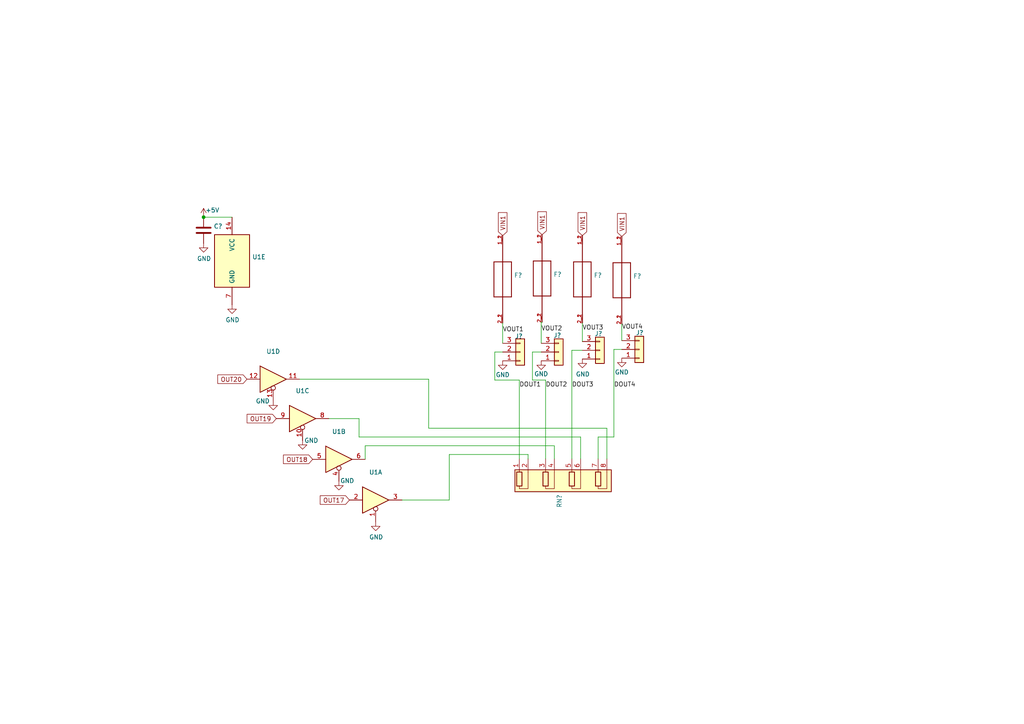
<source format=kicad_sch>
(kicad_sch (version 20211123) (generator eeschema)
  (paper "A4")
  (title_block (title "Receiver Out") (date "2019-12-31") (rev "v1") (company "Scott Hanson"))
  (lib_symbols
    (symbol "74xx:74LS125" (pin_names (offset 1.016))
      (property "Reference" "U" (at 0 1.27 0))
      (property "Value" "74LS125" (at 0 -1.27 0))
      (symbol "74LS125_1_0"
        (polyline (pts (xy -3.81 3.81) (xy -3.81 -3.81) (xy 3.81 0) (xy -3.81 3.81)) (stroke (width 0.254)) (fill (type background)))
        (pin input inverted (at 0 -6.35 90) (length 4.445) (name "~") (number "1"))
        (pin input line (at -7.62 0 0) (length 3.81) (name "~") (number "2"))
        (pin tri_state line (at 7.62 0 180) (length 3.81) (name "~") (number "3"))
      )
      (symbol "74LS125_2_0"
        (polyline (pts (xy -3.81 3.81) (xy -3.81 -3.81) (xy 3.81 0) (xy -3.81 3.81)) (stroke (width 0.254)) (fill (type background)))
        (pin input inverted (at 0 -6.35 90) (length 4.445) (name "~") (number "4"))
        (pin input line (at -7.62 0 0) (length 3.81) (name "~") (number "5"))
        (pin tri_state line (at 7.62 0 180) (length 3.81) (name "~") (number "6"))
      )
      (symbol "74LS125_3_0"
        (polyline (pts (xy -3.81 3.81) (xy -3.81 -3.81) (xy 3.81 0) (xy -3.81 3.81)) (stroke (width 0.254)) (fill (type background)))
        (pin input inverted (at 0 -6.35 90) (length 4.445) (name "~") (number "10"))
        (pin tri_state line (at 7.62 0 180) (length 3.81) (name "~") (number "8"))
        (pin input line (at -7.62 0 0) (length 3.81) (name "~") (number "9"))
      )
      (symbol "74LS125_4_0"
        (polyline (pts (xy -3.81 3.81) (xy -3.81 -3.81) (xy 3.81 0) (xy -3.81 3.81)) (stroke (width 0.254)) (fill (type background)))
        (pin tri_state line (at 7.62 0 180) (length 3.81) (name "~") (number "11"))
        (pin input line (at -7.62 0 0) (length 3.81) (name "~") (number "12"))
        (pin input inverted (at 0 -6.35 90) (length 4.445) (name "~") (number "13"))
      )
      (symbol "74LS125_5_0"
        (pin power_in line (at 0 12.7 270) (length 5.08) (name "VCC") (number "14"))
        (pin power_in line (at 0 -12.7 90) (length 5.08) (name "GND") (number "7"))
      )
      (symbol "74LS125_5_1"
        (rectangle (start -5.08 7.62) (end 5.08 -7.62) (stroke (width 0.254)) (fill (type background)))
      )
    )
    (symbol "Connector_Generic:Conn_01x03" (pin_names (offset 1.016) hide)
      (property "Reference" "J" (at 0 5.08 0))
      (property "Value" "Conn_01x03" (at 0 -5.08 0))
      (symbol "Conn_01x03_1_1"
        (rectangle (start -1.27 -2.413) (end 0 -2.667) (stroke (width 0.1524)))
        (rectangle (start -1.27 0.127) (end 0 -0.127) (stroke (width 0.1524)))
        (rectangle (start -1.27 2.667) (end 0 2.413) (stroke (width 0.1524)))
        (rectangle (start -1.27 3.81) (end 1.27 -3.81) (stroke (width 0.254)) (fill (type background)))
        (pin passive line (at -5.08 2.54 0) (length 3.81) (name "Pin_1") (number "1"))
        (pin passive line (at -5.08 0 0) (length 3.81) (name "Pin_2") (number "2"))
        (pin passive line (at -5.08 -2.54 0) (length 3.81) (name "Pin_3") (number "3"))
      )
    )
    (symbol "Receiver_Out-rescue:3544-2-Keystone_Fuse" (pin_names (offset 1.016) hide)
      (property "Reference" "F" (at -5.08 3.302 0))
      (property "Value" "3544-2-Keystone_Fuse" (at -5.08 -5.08 0))
      (symbol "3544-2-Keystone_Fuse_0_0"
        (polyline (pts (xy -12.7 0) (xy 12.7 0)) (stroke (width 0.254)))
        (polyline (pts (xy -5.08 -2.54) (xy -5.08 2.54)) (stroke (width 0.254)))
        (polyline (pts (xy -5.08 2.54) (xy 5.08 2.54)) (stroke (width 0.254)))
        (polyline (pts (xy 5.08 -2.54) (xy -5.08 -2.54)) (stroke (width 0.254)))
        (polyline (pts (xy 5.08 2.54) (xy 5.08 -2.54)) (stroke (width 0.254)))
        (pin passive line (at -12.7 0 0) (length 2.54) (name "1") (number "1_1"))
        (pin passive line (at -12.7 0 0) (length 2.54) (name "1") (number "1_2"))
        (pin passive line (at 12.7 0 180) (length 2.54) (name "2") (number "2_1"))
        (pin passive line (at 12.7 0 180) (length 2.54) (name "2") (number "2_2"))
      )
    )
    (symbol "Receiver_Out-rescue:C-Device" (pin_numbers hide) (pin_names (offset 0.254))
      (property "Reference" "C" (at 0.635 2.54 0))
      (property "Value" "C-Device" (at 0.635 -2.54 0))
      (symbol "C-Device_0_1"
        (polyline (pts (xy -2.032 -0.762) (xy 2.032 -0.762)) (stroke (width 0.508)))
        (polyline (pts (xy -2.032 0.762) (xy 2.032 0.762)) (stroke (width 0.508)))
      )
      (symbol "C-Device_1_1"
        (pin passive line (at 0 3.81 270) (length 2.794) (name "~") (number "1"))
        (pin passive line (at 0 -3.81 90) (length 2.794) (name "~") (number "2"))
      )
    )
    (symbol "Receiver_Out-rescue:R_Pack04_SIP-Device" (pin_names (offset 0) hide)
      (property "Reference" "RN" (at -15.24 0 90))
      (property "Value" "R_Pack04_SIP-Device" (at 15.24 0 90))
      (symbol "R_Pack04_SIP-Device_0_1"
        (rectangle (start -13.97 -1.905) (end 13.97 4.445) (stroke (width 0.254)) (fill (type background)))
        (rectangle (start -13.462 2.794) (end -11.938 -1.27) (stroke (width 0.254)))
        (rectangle (start -5.842 2.794) (end -4.318 -1.27) (stroke (width 0.254)))
        (polyline (pts (xy -12.7 2.794) (xy -12.7 3.556) (xy -10.16 3.556) (xy -10.16 -1.27)))
        (polyline (pts (xy -5.08 2.794) (xy -5.08 3.556) (xy -2.54 3.556) (xy -2.54 -1.27)))
        (polyline (pts (xy 2.54 2.794) (xy 2.54 3.556) (xy 5.08 3.556) (xy 5.08 -1.27)))
        (polyline (pts (xy 10.16 2.794) (xy 10.16 3.556) (xy 12.7 3.556) (xy 12.7 -1.27)))
        (rectangle (start 1.778 2.794) (end 3.302 -1.27) (stroke (width 0.254)))
        (rectangle (start 9.398 2.794) (end 10.922 -1.27) (stroke (width 0.254)))
      )
      (symbol "R_Pack04_SIP-Device_1_1"
        (pin passive line (at -12.7 -5.08 90) (length 3.81) (name "R1.1") (number "1"))
        (pin passive line (at -10.16 -5.08 90) (length 3.81) (name "R1.2") (number "2"))
        (pin passive line (at -5.08 -5.08 90) (length 3.81) (name "R2.1") (number "3"))
        (pin passive line (at -2.54 -5.08 90) (length 3.81) (name "R2.2") (number "4"))
        (pin passive line (at 2.54 -5.08 90) (length 3.81) (name "R3.1") (number "5"))
        (pin passive line (at 5.08 -5.08 90) (length 3.81) (name "R3.2") (number "6"))
        (pin passive line (at 10.16 -5.08 90) (length 3.81) (name "R4.1") (number "7"))
        (pin passive line (at 12.7 -5.08 90) (length 3.81) (name "R4.2") (number "8"))
      )
    )
    (symbol "power:+5V" (power) (pin_names (offset 0))
      (property "Value" "+5V" (at 0 3.556 0))
      (symbol "+5V_0_1"
        (polyline (pts (xy -0.762 1.27) (xy 0 2.54)))
        (polyline (pts (xy 0 0) (xy 0 2.54)))
        (polyline (pts (xy 0 2.54) (xy 0.762 1.27)))
      )
      (symbol "+5V_1_1"
        (pin power_in line (at 0 0 90) (length 0) hide (name "+5V") (number "1"))
      )
    )
    (symbol "power:GND" (power) (pin_names (offset 0))
      (property "Value" "GND" (at 0 -3.81 0))
      (symbol "GND_0_1"
        (polyline (pts (xy 0 0) (xy 0 -1.27) (xy 1.27 -1.27) (xy 0 -2.54) (xy -1.27 -1.27) (xy 0 -1.27)))
      )
      (symbol "GND_1_1"
        (pin power_in line (at 0 0 270) (length 0) hide (name "GND") (number "1"))
      )
    )
  )
  (junction (at 59.055 62.992))
  (wire (pts (xy 86.868 109.982) (xy 124.333 109.982)))
  (wire (pts (xy 178.054 101.346) (xy 178.054 126.746)))
  (wire (pts (xy 165.862 101.6) (xy 168.91 101.6)))
  (wire (pts (xy 180.34 98.806) (xy 180.34 93.98)))
  (wire (pts (xy 130.302 145.034) (xy 116.586 145.034)))
  (wire (pts (xy 104.14 126.746) (xy 104.14 121.412)))
  (wire (pts (xy 178.054 126.746) (xy 173.482 126.746)))
  (wire (pts (xy 130.302 131.826) (xy 153.162 131.826)))
  (wire (pts (xy 154.432 110.236) (xy 154.432 102.108)))
  (wire (pts (xy 124.333 124.206) (xy 176.022 124.206)))
  (wire (pts (xy 105.918 129.286) (xy 160.782 129.286)))
  (wire (pts (xy 180.34 101.346) (xy 178.054 101.346)))
  (wire (pts (xy 176.022 124.206) (xy 176.022 133.096)))
  (wire (pts (xy 130.302 131.826) (xy 130.302 145.034)))
  (wire (pts (xy 104.14 126.746) (xy 168.402 126.746)))
  (wire (pts (xy 67.31 62.992) (xy 59.055 62.992)))
  (wire (pts (xy 173.482 126.746) (xy 173.482 133.096)))
  (wire (pts (xy 124.333 109.982) (xy 124.333 124.206)))
  (wire (pts (xy 156.972 102.108) (xy 154.432 102.108)))
  (wire (pts (xy 156.972 99.568) (xy 156.972 93.472)))
  (wire (pts (xy 153.162 131.826) (xy 153.162 133.096)))
  (wire (pts (xy 156.972 93.472) (xy 157.226 93.472)))
  (wire (pts (xy 168.402 126.746) (xy 168.402 133.096)))
  (wire (pts (xy 145.796 93.726) (xy 145.796 99.568)))
  (wire (pts (xy 160.782 129.286) (xy 160.782 133.096)))
  (wire (pts (xy 165.862 133.096) (xy 165.862 101.6)))
  (wire (pts (xy 150.622 110.236) (xy 143.51 110.236)))
  (wire (pts (xy 105.918 129.286) (xy 105.918 133.223)))
  (wire (pts (xy 158.242 133.096) (xy 158.242 110.236)))
  (wire (pts (xy 143.51 110.236) (xy 143.51 102.108)))
  (wire (pts (xy 104.14 121.412) (xy 95.377 121.412)))
  (wire (pts (xy 143.51 102.108) (xy 145.796 102.108)))
  (wire (pts (xy 150.622 133.096) (xy 150.622 110.236)))
  (wire (pts (xy 168.91 93.726) (xy 168.91 99.06)))
  (wire (pts (xy 158.242 110.236) (xy 154.432 110.236)))
  (label "DOUT1" (at 150.622 112.522 0))
  (label "VOUT2" (at 156.972 96.266 0))
  (label "VOUT4" (at 180.34 95.758 0))
  (label "VOUT1" (at 145.796 96.52 0))
  (label "VOUT3" (at 168.91 96.012 0))
  (label "DOUT3" (at 165.862 112.522 0))
  (label "DOUT2" (at 158.242 112.522 0))
  (label "DOUT4" (at 178.054 112.522 0))
  (global_label "VIN1" (shape input) (at 157.226 68.072 90) (property "Intersheet References" "${INTERSHEET_REFS}" (effects hide)))
  (global_label "OUT19" (shape input) (at 80.137 121.412 180) (property "Intersheet References" "${INTERSHEET_REFS}" (effects hide)))
  (global_label "VIN1" (shape input) (at 168.91 68.326 90) (property "Intersheet References" "${INTERSHEET_REFS}" (effects hide)))
  (global_label "OUT20" (shape input) (at 71.628 109.982 180) (property "Intersheet References" "${INTERSHEET_REFS}" (effects hide)))
  (global_label "VIN1" (shape input) (at 145.796 68.326 90) (property "Intersheet References" "${INTERSHEET_REFS}" (effects hide)))
  (global_label "OUT18" (shape input) (at 90.678 133.223 180) (property "Intersheet References" "${INTERSHEET_REFS}" (effects hide)))
  (global_label "OUT17" (shape input) (at 101.346 145.034 180) (property "Intersheet References" "${INTERSHEET_REFS}" (effects hide)))
  (global_label "VIN1" (shape input) (at 180.34 68.58 90) (property "Intersheet References" "${INTERSHEET_REFS}" (effects hide)))
  (symbol (lib_id "Connector_Generic:Conn_01x03") (at 150.876 102.108 0) (mirror x) (unit 1)
    (property "Reference" "J?" (at 149.352 97.536 0) (effects (justify left)))
    (property "Digi-Key_PN" "277-5737-ND/ED10555-ND" (effects hide))
    (property "MPN" "1843619/OSTTJ0311530" (effects hide))
  )
  (symbol (lib_id "Connector_Generic:Conn_01x03") (at 162.052 102.108 0) (mirror x) (unit 1)
    (property "Reference" "J?" (at 160.528 97.282 0) (effects (justify left)))
    (property "Digi-Key_PN" "277-5737-ND/ED10555-ND" (effects hide))
    (property "MPN" "1843619/OSTTJ0311530" (effects hide))
  )
  (symbol (lib_id "Connector_Generic:Conn_01x03") (at 173.99 101.6 0) (mirror x) (unit 1)
    (property "Reference" "J?" (at 172.466 96.774 0) (effects (justify left)))
    (property "Digi-Key_PN" "277-5737-ND/ED10555-ND" (effects hide))
    (property "MPN" "1843619/OSTTJ0311530" (effects hide))
  )
  (symbol (lib_id "Connector_Generic:Conn_01x03") (at 185.42 101.346 0) (mirror x) (unit 1)
    (property "Reference" "J?" (at 184.404 96.52 0) (effects (justify left)))
    (property "Digi-Key_PN" "277-5737-ND/ED10555-ND" (effects hide))
    (property "MPN" "1843619/OSTTJ0311530" (effects hide))
  )
  (symbol (lib_id "power:GND") (at 145.796 104.648 0) (unit 1)
    (property "Reference" "#PWR?" (effects hide))
  )
  (symbol (lib_id "power:GND") (at 156.972 104.648 0) (unit 1)
    (property "Reference" "#PWR?" (effects hide))
  )
  (symbol (lib_id "power:GND") (at 168.91 104.14 0) (unit 1)
    (property "Reference" "#PWR?" (effects hide))
  )
  (symbol (lib_id "power:GND") (at 180.34 103.886 0) (unit 1)
    (property "Reference" "#PWR?" (effects hide))
  )
  (symbol (lib_id "Receiver_Out-rescue:3544-2-Keystone_Fuse") (at 157.226 80.772 270) (unit 1)
    (property "Reference" "F?" (at 160.528 79.6036 90) (effects (justify left)))
    (property "Field4" "3544-2" (effects hide))
    (property "Field5" "None" (effects hide))
    (property "Field6" "Unavailable" (effects hide))
    (property "Field7" "Fuse Clip; 500 VAC; 30 A; PCB; For 0.110 in. x 0.032 in. mini blade fuses" (effects hide))
    (property "Field8" "Keystone Electronics" (effects hide))
    (property "Digi-Key_PN" "36-3544-2-ND" (effects hide))
    (property "MPN" "3544-2" (effects hide))
  )
  (symbol (lib_id "Receiver_Out-rescue:3544-2-Keystone_Fuse") (at 168.91 81.026 270) (unit 1)
    (property "Reference" "F?" (at 172.212 79.8576 90) (effects (justify left)))
    (property "Field4" "3544-2" (effects hide))
    (property "Field5" "None" (effects hide))
    (property "Field6" "Unavailable" (effects hide))
    (property "Field7" "Fuse Clip; 500 VAC; 30 A; PCB; For 0.110 in. x 0.032 in. mini blade fuses" (effects hide))
    (property "Field8" "Keystone Electronics" (effects hide))
    (property "Digi-Key_PN" "36-3544-2-ND" (effects hide))
    (property "MPN" "3544-2" (effects hide))
  )
  (symbol (lib_id "Receiver_Out-rescue:3544-2-Keystone_Fuse") (at 180.34 81.28 270) (unit 1)
    (property "Reference" "F?" (at 183.642 80.1116 90) (effects (justify left)))
    (property "Field4" "3544-2" (effects hide))
    (property "Field5" "None" (effects hide))
    (property "Field6" "Unavailable" (effects hide))
    (property "Field7" "Fuse Clip; 500 VAC; 30 A; PCB; For 0.110 in. x 0.032 in. mini blade fuses" (effects hide))
    (property "Field8" "Keystone Electronics" (effects hide))
    (property "Digi-Key_PN" "36-3544-2-ND" (effects hide))
    (property "MPN" "3544-2" (effects hide))
  )
  (symbol (lib_id "power:GND") (at 59.055 70.612 0) (unit 1)
    (property "Reference" "#PWR?" (effects hide))
  )
  (symbol (lib_id "power:GND") (at 79.248 116.332 0) (unit 1)
    (property "Reference" "#PWR?" (effects hide))
  )
  (symbol (lib_id "Receiver_Out-rescue:C-Device") (at 59.055 66.802 0) (unit 1)
    (property "Reference" "C?" (at 61.976 65.6336 0) (effects (justify left)))
    (property "Digi-Key_PN" "478-7336-1-ND" (effects hide))
    (property "MPN" "SR215C104KARTR1" (effects hide))
  )
  (symbol (lib_id "power:+5V") (at 59.055 62.992 0) (unit 1)
    (property "Reference" "#PWR?" (effects hide))
  )
  (symbol (lib_id "Receiver_Out-rescue:3544-2-Keystone_Fuse") (at 145.796 81.026 270) (unit 1)
    (property "Reference" "F?" (at 149.098 79.8576 90) (effects (justify left)))
    (property "Field4" "3544-2" (effects hide))
    (property "Field5" "None" (effects hide))
    (property "Field6" "Unavailable" (effects hide))
    (property "Field7" "Fuse Clip; 500 VAC; 30 A; PCB; For 0.110 in. x 0.032 in. mini blade fuses" (effects hide))
    (property "Field8" "Keystone Electronics" (effects hide))
    (property "Digi-Key_PN" "36-3544-2-ND" (effects hide))
    (property "MPN" "3544-2" (effects hide))
  )
  (symbol (lib_id "Receiver_Out-rescue:R_Pack04_SIP-Device") (at 163.322 138.176 0) (mirror x) (unit 1)
    (property "Reference" "RN?" (at 162.2552 143.383 90) (effects (justify left)))
    (property "Datasheet" "http://www.vishay.com/docs/31509/csc.pdf" (effects hide))
    (property "Digi-Key_PN" "4608X-2-330LF-ND" (effects hide))
    (property "MPN" "4608X-102-330LF" (effects hide))
  )
  (symbol (lib_id "74xx:74LS125") (at 108.966 145.034 0) (unit 1)
    (property "Reference" "U1" (at 108.966 136.9822 0))
    (property "Datasheet" "http://www.ti.com/lit/gpn/sn74LS125" (effects hide))
    (property "Digi-Key_PN" "296-4531-5-ND" (effects hide))
    (property "MPN" "SN74AHC125N" (effects hide))
  )
  (symbol (lib_id "74xx:74LS125") (at 98.298 133.223 0) (unit 2)
    (property "Reference" "U1" (at 98.298 125.1712 0))
    (property "Datasheet" "http://www.ti.com/lit/gpn/sn74LS125" (effects hide))
    (property "Digi-Key_PN" "296-4531-5-ND" (effects hide))
    (property "MPN" "SN74AHC125N" (effects hide))
  )
  (symbol (lib_id "74xx:74LS125") (at 87.757 121.412 0) (unit 3)
    (property "Reference" "U1" (at 87.757 113.3602 0))
    (property "Datasheet" "http://www.ti.com/lit/gpn/sn74LS125" (effects hide))
    (property "Digi-Key_PN" "296-4531-5-ND" (effects hide))
    (property "MPN" "SN74AHC125N" (effects hide))
  )
  (symbol (lib_id "74xx:74LS125") (at 79.248 109.982 0) (unit 4)
    (property "Reference" "U1" (at 79.248 101.9302 0))
    (property "Datasheet" "http://www.ti.com/lit/gpn/sn74LS125" (effects hide))
    (property "Digi-Key_PN" "296-4531-5-ND" (effects hide))
    (property "MPN" "SN74AHC125N" (effects hide))
  )
  (symbol (lib_id "74xx:74LS125") (at 67.31 75.692 0) (unit 5)
    (property "Reference" "U1" (at 73.152 74.5236 0) (effects (justify left)))
    (property "Datasheet" "http://www.ti.com/lit/gpn/sn74LS125" (effects hide))
    (property "Digi-Key_PN" "296-4531-5-ND" (effects hide))
    (property "MPN" "SN74AHC125N" (effects hide))
  )
  (symbol (lib_id "power:GND") (at 67.31 88.392 0) (unit 1)
    (property "Reference" "#PWR?" (effects hide))
  )
  (symbol (lib_id "power:GND") (at 87.757 127.762 0) (unit 1)
    (property "Reference" "#PWR?" (effects hide))
  )
  (symbol (lib_id "power:GND") (at 98.298 139.573 0) (unit 1)
    (property "Reference" "#PWR?" (effects hide))
  )
  (symbol (lib_id "power:GND") (at 108.966 151.384 0) (unit 1)
    (property "Reference" "#PWR?" (effects hide))
  )
)
</source>
